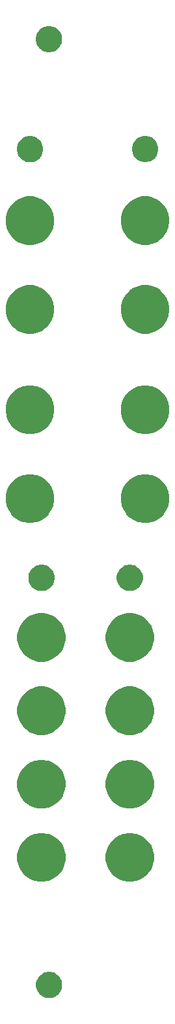
<source format=gbr>
%TF.GenerationSoftware,KiCad,Pcbnew,(5.0.1)-3*%
%TF.CreationDate,2020-04-22T20:40:51+01:00*%
%TF.ProjectId,panel,70616E656C2E6B696361645F70636200,rev?*%
%TF.SameCoordinates,Original*%
%TF.FileFunction,Soldermask,Bot*%
%TF.FilePolarity,Negative*%
%FSLAX46Y46*%
G04 Gerber Fmt 4.6, Leading zero omitted, Abs format (unit mm)*
G04 Created by KiCad (PCBNEW (5.0.1)-3) date 22/04/2020 20:40:51*
%MOMM*%
%LPD*%
G01*
G04 APERTURE LIST*
%ADD10C,0.400000*%
G04 APERTURE END LIST*
D10*
G36*
X127686160Y-130034368D02*
X127686162Y-130034369D01*
X127686163Y-130034369D01*
X127800514Y-130081735D01*
X127995726Y-130162594D01*
X128274327Y-130348749D01*
X128511251Y-130585673D01*
X128697406Y-130864274D01*
X128825632Y-131173840D01*
X128891000Y-131502465D01*
X128891000Y-131837535D01*
X128825632Y-132166160D01*
X128697406Y-132475726D01*
X128511251Y-132754327D01*
X128274327Y-132991251D01*
X127995726Y-133177406D01*
X127800514Y-133258265D01*
X127686163Y-133305631D01*
X127686162Y-133305631D01*
X127686160Y-133305632D01*
X127357535Y-133371000D01*
X127022465Y-133371000D01*
X126693840Y-133305632D01*
X126693838Y-133305631D01*
X126693837Y-133305631D01*
X126579486Y-133258265D01*
X126384274Y-133177406D01*
X126105673Y-132991251D01*
X125868749Y-132754327D01*
X125682594Y-132475726D01*
X125554368Y-132166160D01*
X125489000Y-131837535D01*
X125489000Y-131502465D01*
X125554368Y-131173840D01*
X125682594Y-130864274D01*
X125868749Y-130585673D01*
X126105673Y-130348749D01*
X126384274Y-130162594D01*
X126579486Y-130081735D01*
X126693837Y-130034369D01*
X126693838Y-130034369D01*
X126693840Y-130034368D01*
X127022465Y-129969000D01*
X127357535Y-129969000D01*
X127686160Y-130034368D01*
X127686160Y-130034368D01*
G37*
G36*
X138416191Y-112079727D02*
X138619113Y-112120091D01*
X139192558Y-112357620D01*
X139705165Y-112700134D01*
X139708648Y-112702461D01*
X140147539Y-113141352D01*
X140147541Y-113141355D01*
X140492380Y-113657442D01*
X140729909Y-114230887D01*
X140851000Y-114839654D01*
X140851000Y-115460346D01*
X140729909Y-116069113D01*
X140492380Y-116642558D01*
X140149866Y-117155165D01*
X140147539Y-117158648D01*
X139708648Y-117597539D01*
X139708645Y-117597541D01*
X139192558Y-117942380D01*
X138619113Y-118179909D01*
X138416191Y-118220273D01*
X138010348Y-118301000D01*
X137389652Y-118301000D01*
X136983809Y-118220273D01*
X136780887Y-118179909D01*
X136207442Y-117942380D01*
X135691355Y-117597541D01*
X135691352Y-117597539D01*
X135252461Y-117158648D01*
X135250134Y-117155165D01*
X134907620Y-116642558D01*
X134670091Y-116069113D01*
X134549000Y-115460346D01*
X134549000Y-114839654D01*
X134670091Y-114230887D01*
X134907620Y-113657442D01*
X135252459Y-113141355D01*
X135252461Y-113141352D01*
X135691352Y-112702461D01*
X135694835Y-112700134D01*
X136207442Y-112357620D01*
X136780887Y-112120091D01*
X136983809Y-112079727D01*
X137389652Y-111999000D01*
X138010348Y-111999000D01*
X138416191Y-112079727D01*
X138416191Y-112079727D01*
G37*
G36*
X126916191Y-112079727D02*
X127119113Y-112120091D01*
X127692558Y-112357620D01*
X128205165Y-112700134D01*
X128208648Y-112702461D01*
X128647539Y-113141352D01*
X128647541Y-113141355D01*
X128992380Y-113657442D01*
X129229909Y-114230887D01*
X129351000Y-114839654D01*
X129351000Y-115460346D01*
X129229909Y-116069113D01*
X128992380Y-116642558D01*
X128649866Y-117155165D01*
X128647539Y-117158648D01*
X128208648Y-117597539D01*
X128208645Y-117597541D01*
X127692558Y-117942380D01*
X127119113Y-118179909D01*
X126916191Y-118220273D01*
X126510348Y-118301000D01*
X125889652Y-118301000D01*
X125483809Y-118220273D01*
X125280887Y-118179909D01*
X124707442Y-117942380D01*
X124191355Y-117597541D01*
X124191352Y-117597539D01*
X123752461Y-117158648D01*
X123750134Y-117155165D01*
X123407620Y-116642558D01*
X123170091Y-116069113D01*
X123049000Y-115460346D01*
X123049000Y-114839654D01*
X123170091Y-114230887D01*
X123407620Y-113657442D01*
X123752459Y-113141355D01*
X123752461Y-113141352D01*
X124191352Y-112702461D01*
X124194835Y-112700134D01*
X124707442Y-112357620D01*
X125280887Y-112120091D01*
X125483809Y-112079727D01*
X125889652Y-111999000D01*
X126510348Y-111999000D01*
X126916191Y-112079727D01*
X126916191Y-112079727D01*
G37*
G36*
X138416191Y-102579727D02*
X138619113Y-102620091D01*
X139192558Y-102857620D01*
X139693679Y-103192459D01*
X139708648Y-103202461D01*
X140147539Y-103641352D01*
X140147541Y-103641355D01*
X140492380Y-104157442D01*
X140725767Y-104720888D01*
X140729909Y-104730888D01*
X140849011Y-105329652D01*
X140851000Y-105339654D01*
X140851000Y-105960346D01*
X140729909Y-106569113D01*
X140492380Y-107142558D01*
X140154223Y-107648645D01*
X140147539Y-107658648D01*
X139708648Y-108097539D01*
X139708645Y-108097541D01*
X139192558Y-108442380D01*
X138619113Y-108679909D01*
X138416191Y-108720273D01*
X138010348Y-108801000D01*
X137389652Y-108801000D01*
X136983809Y-108720273D01*
X136780887Y-108679909D01*
X136207442Y-108442380D01*
X135691355Y-108097541D01*
X135691352Y-108097539D01*
X135252461Y-107658648D01*
X135245777Y-107648645D01*
X134907620Y-107142558D01*
X134670091Y-106569113D01*
X134549000Y-105960346D01*
X134549000Y-105339654D01*
X134550990Y-105329652D01*
X134670091Y-104730888D01*
X134674233Y-104720888D01*
X134907620Y-104157442D01*
X135252459Y-103641355D01*
X135252461Y-103641352D01*
X135691352Y-103202461D01*
X135706321Y-103192459D01*
X136207442Y-102857620D01*
X136780887Y-102620091D01*
X136983809Y-102579727D01*
X137389652Y-102499000D01*
X138010348Y-102499000D01*
X138416191Y-102579727D01*
X138416191Y-102579727D01*
G37*
G36*
X126916191Y-102569727D02*
X127119113Y-102610091D01*
X127692558Y-102847620D01*
X128205165Y-103190134D01*
X128208648Y-103192461D01*
X128647539Y-103631352D01*
X128647541Y-103631355D01*
X128992380Y-104147442D01*
X129229909Y-104720887D01*
X129229909Y-104720888D01*
X129351000Y-105329652D01*
X129351000Y-105950348D01*
X129270273Y-106356191D01*
X129229909Y-106559113D01*
X128992380Y-107132558D01*
X128985698Y-107142558D01*
X128647539Y-107648648D01*
X128208648Y-108087539D01*
X128208645Y-108087541D01*
X127692558Y-108432380D01*
X127119113Y-108669909D01*
X127068839Y-108679909D01*
X126510348Y-108791000D01*
X125889652Y-108791000D01*
X125331161Y-108679909D01*
X125280887Y-108669909D01*
X124707442Y-108432380D01*
X124191355Y-108087541D01*
X124191352Y-108087539D01*
X123752461Y-107648648D01*
X123414302Y-107142558D01*
X123407620Y-107132558D01*
X123170091Y-106559113D01*
X123129727Y-106356191D01*
X123049000Y-105950348D01*
X123049000Y-105329652D01*
X123170091Y-104720888D01*
X123170091Y-104720887D01*
X123407620Y-104147442D01*
X123752459Y-103631355D01*
X123752461Y-103631352D01*
X124191352Y-103192461D01*
X124194835Y-103190134D01*
X124707442Y-102847620D01*
X125280887Y-102610091D01*
X125483809Y-102569727D01*
X125889652Y-102489000D01*
X126510348Y-102489000D01*
X126916191Y-102569727D01*
X126916191Y-102569727D01*
G37*
G36*
X126916191Y-93069727D02*
X127119113Y-93110091D01*
X127692558Y-93347620D01*
X128205165Y-93690134D01*
X128208648Y-93692461D01*
X128647539Y-94131352D01*
X128647541Y-94131355D01*
X128992380Y-94647442D01*
X129229909Y-95220887D01*
X129351000Y-95829654D01*
X129351000Y-96450346D01*
X129229909Y-97059113D01*
X128992380Y-97632558D01*
X128649866Y-98145165D01*
X128647539Y-98148648D01*
X128208648Y-98587539D01*
X128208645Y-98587541D01*
X127692558Y-98932380D01*
X127119113Y-99169909D01*
X126916191Y-99210273D01*
X126510348Y-99291000D01*
X125889652Y-99291000D01*
X125483809Y-99210273D01*
X125280887Y-99169909D01*
X124707442Y-98932380D01*
X124191355Y-98587541D01*
X124191352Y-98587539D01*
X123752461Y-98148648D01*
X123750134Y-98145165D01*
X123407620Y-97632558D01*
X123170091Y-97059113D01*
X123049000Y-96450346D01*
X123049000Y-95829654D01*
X123170091Y-95220887D01*
X123407620Y-94647442D01*
X123752459Y-94131355D01*
X123752461Y-94131352D01*
X124191352Y-93692461D01*
X124194835Y-93690134D01*
X124707442Y-93347620D01*
X125280887Y-93110091D01*
X125483809Y-93069727D01*
X125889652Y-92989000D01*
X126510348Y-92989000D01*
X126916191Y-93069727D01*
X126916191Y-93069727D01*
G37*
G36*
X138416191Y-93069727D02*
X138619113Y-93110091D01*
X139192558Y-93347620D01*
X139705165Y-93690134D01*
X139708648Y-93692461D01*
X140147539Y-94131352D01*
X140147541Y-94131355D01*
X140492380Y-94647442D01*
X140729909Y-95220887D01*
X140851000Y-95829654D01*
X140851000Y-96450346D01*
X140729909Y-97059113D01*
X140492380Y-97632558D01*
X140149866Y-98145165D01*
X140147539Y-98148648D01*
X139708648Y-98587539D01*
X139708645Y-98587541D01*
X139192558Y-98932380D01*
X138619113Y-99169909D01*
X138416191Y-99210273D01*
X138010348Y-99291000D01*
X137389652Y-99291000D01*
X136983809Y-99210273D01*
X136780887Y-99169909D01*
X136207442Y-98932380D01*
X135691355Y-98587541D01*
X135691352Y-98587539D01*
X135252461Y-98148648D01*
X135250134Y-98145165D01*
X134907620Y-97632558D01*
X134670091Y-97059113D01*
X134549000Y-96450346D01*
X134549000Y-95829654D01*
X134670091Y-95220887D01*
X134907620Y-94647442D01*
X135252459Y-94131355D01*
X135252461Y-94131352D01*
X135691352Y-93692461D01*
X135694835Y-93690134D01*
X136207442Y-93347620D01*
X136780887Y-93110091D01*
X136983809Y-93069727D01*
X137389652Y-92989000D01*
X138010348Y-92989000D01*
X138416191Y-93069727D01*
X138416191Y-93069727D01*
G37*
G36*
X138416191Y-83569727D02*
X138619113Y-83610091D01*
X139192558Y-83847620D01*
X139705165Y-84190134D01*
X139708648Y-84192461D01*
X140147539Y-84631352D01*
X140147541Y-84631355D01*
X140492380Y-85147442D01*
X140729909Y-85720887D01*
X140851000Y-86329654D01*
X140851000Y-86950346D01*
X140729909Y-87559113D01*
X140492380Y-88132558D01*
X140149866Y-88645165D01*
X140147539Y-88648648D01*
X139708648Y-89087539D01*
X139708645Y-89087541D01*
X139192558Y-89432380D01*
X138619113Y-89669909D01*
X138416191Y-89710273D01*
X138010348Y-89791000D01*
X137389652Y-89791000D01*
X136983809Y-89710273D01*
X136780887Y-89669909D01*
X136207442Y-89432380D01*
X135691355Y-89087541D01*
X135691352Y-89087539D01*
X135252461Y-88648648D01*
X135250134Y-88645165D01*
X134907620Y-88132558D01*
X134670091Y-87559113D01*
X134549000Y-86950346D01*
X134549000Y-86329654D01*
X134670091Y-85720887D01*
X134907620Y-85147442D01*
X135252459Y-84631355D01*
X135252461Y-84631352D01*
X135691352Y-84192461D01*
X135694835Y-84190134D01*
X136207442Y-83847620D01*
X136780887Y-83610091D01*
X136983809Y-83569727D01*
X137389652Y-83489000D01*
X138010348Y-83489000D01*
X138416191Y-83569727D01*
X138416191Y-83569727D01*
G37*
G36*
X126916191Y-83569727D02*
X127119113Y-83610091D01*
X127692558Y-83847620D01*
X128205165Y-84190134D01*
X128208648Y-84192461D01*
X128647539Y-84631352D01*
X128647541Y-84631355D01*
X128992380Y-85147442D01*
X129229909Y-85720887D01*
X129351000Y-86329654D01*
X129351000Y-86950346D01*
X129229909Y-87559113D01*
X128992380Y-88132558D01*
X128649866Y-88645165D01*
X128647539Y-88648648D01*
X128208648Y-89087539D01*
X128208645Y-89087541D01*
X127692558Y-89432380D01*
X127119113Y-89669909D01*
X126916191Y-89710273D01*
X126510348Y-89791000D01*
X125889652Y-89791000D01*
X125483809Y-89710273D01*
X125280887Y-89669909D01*
X124707442Y-89432380D01*
X124191355Y-89087541D01*
X124191352Y-89087539D01*
X123752461Y-88648648D01*
X123750134Y-88645165D01*
X123407620Y-88132558D01*
X123170091Y-87559113D01*
X123049000Y-86950346D01*
X123049000Y-86329654D01*
X123170091Y-85720887D01*
X123407620Y-85147442D01*
X123752459Y-84631355D01*
X123752461Y-84631352D01*
X124191352Y-84192461D01*
X124194835Y-84190134D01*
X124707442Y-83847620D01*
X125280887Y-83610091D01*
X125483809Y-83569727D01*
X125889652Y-83489000D01*
X126510348Y-83489000D01*
X126916191Y-83569727D01*
X126916191Y-83569727D01*
G37*
G36*
X138196160Y-77284368D02*
X138196162Y-77284369D01*
X138196163Y-77284369D01*
X138310514Y-77331735D01*
X138505726Y-77412594D01*
X138784327Y-77598749D01*
X139021251Y-77835673D01*
X139207406Y-78114274D01*
X139335632Y-78423840D01*
X139401000Y-78752465D01*
X139401000Y-79087535D01*
X139335632Y-79416160D01*
X139207406Y-79725726D01*
X139021251Y-80004327D01*
X138784327Y-80241251D01*
X138505726Y-80427406D01*
X138310514Y-80508265D01*
X138196163Y-80555631D01*
X138196162Y-80555631D01*
X138196160Y-80555632D01*
X137867535Y-80621000D01*
X137532465Y-80621000D01*
X137203840Y-80555632D01*
X137203838Y-80555631D01*
X137203837Y-80555631D01*
X137089486Y-80508265D01*
X136894274Y-80427406D01*
X136615673Y-80241251D01*
X136378749Y-80004327D01*
X136192594Y-79725726D01*
X136064368Y-79416160D01*
X135999000Y-79087535D01*
X135999000Y-78752465D01*
X136064368Y-78423840D01*
X136192594Y-78114274D01*
X136378749Y-77835673D01*
X136615673Y-77598749D01*
X136894274Y-77412594D01*
X137089486Y-77331735D01*
X137203837Y-77284369D01*
X137203838Y-77284369D01*
X137203840Y-77284368D01*
X137532465Y-77219000D01*
X137867535Y-77219000D01*
X138196160Y-77284368D01*
X138196160Y-77284368D01*
G37*
G36*
X126696160Y-77284368D02*
X126696162Y-77284369D01*
X126696163Y-77284369D01*
X126810514Y-77331735D01*
X127005726Y-77412594D01*
X127284327Y-77598749D01*
X127521251Y-77835673D01*
X127707406Y-78114274D01*
X127835632Y-78423840D01*
X127901000Y-78752465D01*
X127901000Y-79087535D01*
X127835632Y-79416160D01*
X127707406Y-79725726D01*
X127521251Y-80004327D01*
X127284327Y-80241251D01*
X127005726Y-80427406D01*
X126810514Y-80508265D01*
X126696163Y-80555631D01*
X126696162Y-80555631D01*
X126696160Y-80555632D01*
X126367535Y-80621000D01*
X126032465Y-80621000D01*
X125703840Y-80555632D01*
X125703838Y-80555631D01*
X125703837Y-80555631D01*
X125589486Y-80508265D01*
X125394274Y-80427406D01*
X125115673Y-80241251D01*
X124878749Y-80004327D01*
X124692594Y-79725726D01*
X124564368Y-79416160D01*
X124499000Y-79087535D01*
X124499000Y-78752465D01*
X124564368Y-78423840D01*
X124692594Y-78114274D01*
X124878749Y-77835673D01*
X125115673Y-77598749D01*
X125394274Y-77412594D01*
X125589486Y-77331735D01*
X125703837Y-77284369D01*
X125703838Y-77284369D01*
X125703840Y-77284368D01*
X126032465Y-77219000D01*
X126367535Y-77219000D01*
X126696160Y-77284368D01*
X126696160Y-77284368D01*
G37*
G36*
X140416191Y-65569727D02*
X140619113Y-65610091D01*
X141192558Y-65847620D01*
X141705165Y-66190134D01*
X141708648Y-66192461D01*
X142147539Y-66631352D01*
X142147541Y-66631355D01*
X142492380Y-67147442D01*
X142729909Y-67720887D01*
X142851000Y-68329654D01*
X142851000Y-68950346D01*
X142729909Y-69559113D01*
X142492380Y-70132558D01*
X142149866Y-70645165D01*
X142147539Y-70648648D01*
X141708648Y-71087539D01*
X141708645Y-71087541D01*
X141192558Y-71432380D01*
X140619113Y-71669909D01*
X140416191Y-71710273D01*
X140010348Y-71791000D01*
X139389652Y-71791000D01*
X138983809Y-71710273D01*
X138780887Y-71669909D01*
X138207442Y-71432380D01*
X137691355Y-71087541D01*
X137691352Y-71087539D01*
X137252461Y-70648648D01*
X137250134Y-70645165D01*
X136907620Y-70132558D01*
X136670091Y-69559113D01*
X136549000Y-68950346D01*
X136549000Y-68329654D01*
X136670091Y-67720887D01*
X136907620Y-67147442D01*
X137252459Y-66631355D01*
X137252461Y-66631352D01*
X137691352Y-66192461D01*
X137694835Y-66190134D01*
X138207442Y-65847620D01*
X138780887Y-65610091D01*
X138983809Y-65569727D01*
X139389652Y-65489000D01*
X140010348Y-65489000D01*
X140416191Y-65569727D01*
X140416191Y-65569727D01*
G37*
G36*
X125416191Y-65569727D02*
X125619113Y-65610091D01*
X126192558Y-65847620D01*
X126705165Y-66190134D01*
X126708648Y-66192461D01*
X127147539Y-66631352D01*
X127147541Y-66631355D01*
X127492380Y-67147442D01*
X127729909Y-67720887D01*
X127851000Y-68329654D01*
X127851000Y-68950346D01*
X127729909Y-69559113D01*
X127492380Y-70132558D01*
X127149866Y-70645165D01*
X127147539Y-70648648D01*
X126708648Y-71087539D01*
X126708645Y-71087541D01*
X126192558Y-71432380D01*
X125619113Y-71669909D01*
X125416191Y-71710273D01*
X125010348Y-71791000D01*
X124389652Y-71791000D01*
X123983809Y-71710273D01*
X123780887Y-71669909D01*
X123207442Y-71432380D01*
X122691355Y-71087541D01*
X122691352Y-71087539D01*
X122252461Y-70648648D01*
X122250134Y-70645165D01*
X121907620Y-70132558D01*
X121670091Y-69559113D01*
X121549000Y-68950346D01*
X121549000Y-68329654D01*
X121670091Y-67720887D01*
X121907620Y-67147442D01*
X122252459Y-66631355D01*
X122252461Y-66631352D01*
X122691352Y-66192461D01*
X122694835Y-66190134D01*
X123207442Y-65847620D01*
X123780887Y-65610091D01*
X123983809Y-65569727D01*
X124389652Y-65489000D01*
X125010348Y-65489000D01*
X125416191Y-65569727D01*
X125416191Y-65569727D01*
G37*
G36*
X140416191Y-54079727D02*
X140619113Y-54120091D01*
X141192558Y-54357620D01*
X141693679Y-54692459D01*
X141708648Y-54702461D01*
X142147539Y-55141352D01*
X142147541Y-55141355D01*
X142492380Y-55657442D01*
X142725767Y-56220888D01*
X142729909Y-56230888D01*
X142849011Y-56829652D01*
X142851000Y-56839654D01*
X142851000Y-57460346D01*
X142729909Y-58069113D01*
X142492380Y-58642558D01*
X142154223Y-59148645D01*
X142147539Y-59158648D01*
X141708648Y-59597539D01*
X141708645Y-59597541D01*
X141192558Y-59942380D01*
X140619113Y-60179909D01*
X140416191Y-60220273D01*
X140010348Y-60301000D01*
X139389652Y-60301000D01*
X138983809Y-60220273D01*
X138780887Y-60179909D01*
X138207442Y-59942380D01*
X137691355Y-59597541D01*
X137691352Y-59597539D01*
X137252461Y-59158648D01*
X137245777Y-59148645D01*
X136907620Y-58642558D01*
X136670091Y-58069113D01*
X136549000Y-57460346D01*
X136549000Y-56839654D01*
X136550990Y-56829652D01*
X136670091Y-56230888D01*
X136674233Y-56220888D01*
X136907620Y-55657442D01*
X137252459Y-55141355D01*
X137252461Y-55141352D01*
X137691352Y-54702461D01*
X137706321Y-54692459D01*
X138207442Y-54357620D01*
X138780887Y-54120091D01*
X138983809Y-54079727D01*
X139389652Y-53999000D01*
X140010348Y-53999000D01*
X140416191Y-54079727D01*
X140416191Y-54079727D01*
G37*
G36*
X125416191Y-54069727D02*
X125619113Y-54110091D01*
X126192558Y-54347620D01*
X126705165Y-54690134D01*
X126708648Y-54692461D01*
X127147539Y-55131352D01*
X127147541Y-55131355D01*
X127492380Y-55647442D01*
X127729909Y-56220887D01*
X127729909Y-56220888D01*
X127851000Y-56829652D01*
X127851000Y-57450348D01*
X127770273Y-57856191D01*
X127729909Y-58059113D01*
X127492380Y-58632558D01*
X127485698Y-58642558D01*
X127147539Y-59148648D01*
X126708648Y-59587539D01*
X126708645Y-59587541D01*
X126192558Y-59932380D01*
X125619113Y-60169909D01*
X125568839Y-60179909D01*
X125010348Y-60291000D01*
X124389652Y-60291000D01*
X123831161Y-60179909D01*
X123780887Y-60169909D01*
X123207442Y-59932380D01*
X122691355Y-59587541D01*
X122691352Y-59587539D01*
X122252461Y-59148648D01*
X121914302Y-58642558D01*
X121907620Y-58632558D01*
X121670091Y-58059113D01*
X121629727Y-57856191D01*
X121549000Y-57450348D01*
X121549000Y-56829652D01*
X121670091Y-56220888D01*
X121670091Y-56220887D01*
X121907620Y-55647442D01*
X122252459Y-55131355D01*
X122252461Y-55131352D01*
X122691352Y-54692461D01*
X122694835Y-54690134D01*
X123207442Y-54347620D01*
X123780887Y-54110091D01*
X123983809Y-54069727D01*
X124389652Y-53989000D01*
X125010348Y-53989000D01*
X125416191Y-54069727D01*
X125416191Y-54069727D01*
G37*
G36*
X125416191Y-41079727D02*
X125619113Y-41120091D01*
X126192558Y-41357620D01*
X126693679Y-41692459D01*
X126708648Y-41702461D01*
X127147539Y-42141352D01*
X127147541Y-42141355D01*
X127492380Y-42657442D01*
X127725767Y-43220888D01*
X127729909Y-43230888D01*
X127849011Y-43829652D01*
X127851000Y-43839654D01*
X127851000Y-44460346D01*
X127729909Y-45069113D01*
X127492380Y-45642558D01*
X127154223Y-46148645D01*
X127147539Y-46158648D01*
X126708648Y-46597539D01*
X126708645Y-46597541D01*
X126192558Y-46942380D01*
X125619113Y-47179909D01*
X125416191Y-47220273D01*
X125010348Y-47301000D01*
X124389652Y-47301000D01*
X123983809Y-47220273D01*
X123780887Y-47179909D01*
X123207442Y-46942380D01*
X122691355Y-46597541D01*
X122691352Y-46597539D01*
X122252461Y-46158648D01*
X122245777Y-46148645D01*
X121907620Y-45642558D01*
X121670091Y-45069113D01*
X121549000Y-44460346D01*
X121549000Y-43839654D01*
X121550990Y-43829652D01*
X121670091Y-43230888D01*
X121674233Y-43220888D01*
X121907620Y-42657442D01*
X122252459Y-42141355D01*
X122252461Y-42141352D01*
X122691352Y-41702461D01*
X122706321Y-41692459D01*
X123207442Y-41357620D01*
X123780887Y-41120091D01*
X123983809Y-41079727D01*
X124389652Y-40999000D01*
X125010348Y-40999000D01*
X125416191Y-41079727D01*
X125416191Y-41079727D01*
G37*
G36*
X140416191Y-41069727D02*
X140619113Y-41110091D01*
X141192558Y-41347620D01*
X141705165Y-41690134D01*
X141708648Y-41692461D01*
X142147539Y-42131352D01*
X142147541Y-42131355D01*
X142492380Y-42647442D01*
X142729909Y-43220887D01*
X142729909Y-43220888D01*
X142851000Y-43829652D01*
X142851000Y-44450348D01*
X142770273Y-44856191D01*
X142729909Y-45059113D01*
X142492380Y-45632558D01*
X142485698Y-45642558D01*
X142147539Y-46148648D01*
X141708648Y-46587539D01*
X141708645Y-46587541D01*
X141192558Y-46932380D01*
X140619113Y-47169909D01*
X140568839Y-47179909D01*
X140010348Y-47291000D01*
X139389652Y-47291000D01*
X138831161Y-47179909D01*
X138780887Y-47169909D01*
X138207442Y-46932380D01*
X137691355Y-46587541D01*
X137691352Y-46587539D01*
X137252461Y-46148648D01*
X136914302Y-45642558D01*
X136907620Y-45632558D01*
X136670091Y-45059113D01*
X136629727Y-44856191D01*
X136549000Y-44450348D01*
X136549000Y-43829652D01*
X136670091Y-43220888D01*
X136670091Y-43220887D01*
X136907620Y-42647442D01*
X137252459Y-42131355D01*
X137252461Y-42131352D01*
X137691352Y-41692461D01*
X137694835Y-41690134D01*
X138207442Y-41347620D01*
X138780887Y-41110091D01*
X138983809Y-41069727D01*
X139389652Y-40989000D01*
X140010348Y-40989000D01*
X140416191Y-41069727D01*
X140416191Y-41069727D01*
G37*
G36*
X125416191Y-29579727D02*
X125619113Y-29620091D01*
X126192558Y-29857620D01*
X126693679Y-30192459D01*
X126708648Y-30202461D01*
X127147539Y-30641352D01*
X127147541Y-30641355D01*
X127492380Y-31157442D01*
X127725767Y-31720888D01*
X127729909Y-31730888D01*
X127849011Y-32329652D01*
X127851000Y-32339654D01*
X127851000Y-32960346D01*
X127729909Y-33569113D01*
X127492380Y-34142558D01*
X127154223Y-34648645D01*
X127147539Y-34658648D01*
X126708648Y-35097539D01*
X126708645Y-35097541D01*
X126192558Y-35442380D01*
X125619113Y-35679909D01*
X125416191Y-35720273D01*
X125010348Y-35801000D01*
X124389652Y-35801000D01*
X123983809Y-35720273D01*
X123780887Y-35679909D01*
X123207442Y-35442380D01*
X122691355Y-35097541D01*
X122691352Y-35097539D01*
X122252461Y-34658648D01*
X122245777Y-34648645D01*
X121907620Y-34142558D01*
X121670091Y-33569113D01*
X121549000Y-32960346D01*
X121549000Y-32339654D01*
X121550990Y-32329652D01*
X121670091Y-31730888D01*
X121674233Y-31720888D01*
X121907620Y-31157442D01*
X122252459Y-30641355D01*
X122252461Y-30641352D01*
X122691352Y-30202461D01*
X122706321Y-30192459D01*
X123207442Y-29857620D01*
X123780887Y-29620091D01*
X123983809Y-29579727D01*
X124389652Y-29499000D01*
X125010348Y-29499000D01*
X125416191Y-29579727D01*
X125416191Y-29579727D01*
G37*
G36*
X140416191Y-29569727D02*
X140619113Y-29610091D01*
X141192558Y-29847620D01*
X141705165Y-30190134D01*
X141708648Y-30192461D01*
X142147539Y-30631352D01*
X142147541Y-30631355D01*
X142492380Y-31147442D01*
X142729909Y-31720887D01*
X142729909Y-31720888D01*
X142851000Y-32329652D01*
X142851000Y-32950348D01*
X142770273Y-33356191D01*
X142729909Y-33559113D01*
X142492380Y-34132558D01*
X142485698Y-34142558D01*
X142147539Y-34648648D01*
X141708648Y-35087539D01*
X141708645Y-35087541D01*
X141192558Y-35432380D01*
X140619113Y-35669909D01*
X140568839Y-35679909D01*
X140010348Y-35791000D01*
X139389652Y-35791000D01*
X138831161Y-35679909D01*
X138780887Y-35669909D01*
X138207442Y-35432380D01*
X137691355Y-35087541D01*
X137691352Y-35087539D01*
X137252461Y-34648648D01*
X136914302Y-34142558D01*
X136907620Y-34132558D01*
X136670091Y-33559113D01*
X136629727Y-33356191D01*
X136549000Y-32950348D01*
X136549000Y-32329652D01*
X136670091Y-31720888D01*
X136670091Y-31720887D01*
X136907620Y-31147442D01*
X137252459Y-30631355D01*
X137252461Y-30631352D01*
X137691352Y-30192461D01*
X137694835Y-30190134D01*
X138207442Y-29847620D01*
X138780887Y-29610091D01*
X138983809Y-29569727D01*
X139389652Y-29489000D01*
X140010348Y-29489000D01*
X140416191Y-29569727D01*
X140416191Y-29569727D01*
G37*
G36*
X125206160Y-21744368D02*
X125206162Y-21744369D01*
X125206163Y-21744369D01*
X125320514Y-21791735D01*
X125515726Y-21872594D01*
X125794327Y-22058749D01*
X126031251Y-22295673D01*
X126217406Y-22574274D01*
X126345632Y-22883840D01*
X126411000Y-23212465D01*
X126411000Y-23547535D01*
X126345632Y-23876160D01*
X126217406Y-24185726D01*
X126031251Y-24464327D01*
X125794327Y-24701251D01*
X125515726Y-24887406D01*
X125320514Y-24968265D01*
X125206163Y-25015631D01*
X125206162Y-25015631D01*
X125206160Y-25015632D01*
X124877535Y-25081000D01*
X124542465Y-25081000D01*
X124213840Y-25015632D01*
X124213838Y-25015631D01*
X124213837Y-25015631D01*
X124099486Y-24968265D01*
X123904274Y-24887406D01*
X123625673Y-24701251D01*
X123388749Y-24464327D01*
X123202594Y-24185726D01*
X123074368Y-23876160D01*
X123009000Y-23547535D01*
X123009000Y-23212465D01*
X123074368Y-22883840D01*
X123202594Y-22574274D01*
X123388749Y-22295673D01*
X123625673Y-22058749D01*
X123904274Y-21872594D01*
X124099486Y-21791735D01*
X124213837Y-21744369D01*
X124213838Y-21744369D01*
X124213840Y-21744368D01*
X124542465Y-21679000D01*
X124877535Y-21679000D01*
X125206160Y-21744368D01*
X125206160Y-21744368D01*
G37*
G36*
X140196160Y-21734368D02*
X140196162Y-21734369D01*
X140196163Y-21734369D01*
X140220305Y-21744369D01*
X140505726Y-21862594D01*
X140784327Y-22048749D01*
X141021251Y-22285673D01*
X141207406Y-22564274D01*
X141335632Y-22873840D01*
X141401000Y-23202465D01*
X141401000Y-23537535D01*
X141335632Y-23866160D01*
X141207406Y-24175726D01*
X141021251Y-24454327D01*
X140784327Y-24691251D01*
X140505726Y-24877406D01*
X140310514Y-24958265D01*
X140196163Y-25005631D01*
X140196162Y-25005631D01*
X140196160Y-25005632D01*
X139867535Y-25071000D01*
X139532465Y-25071000D01*
X139203840Y-25005632D01*
X139203838Y-25005631D01*
X139203837Y-25005631D01*
X139089486Y-24958265D01*
X138894274Y-24877406D01*
X138615673Y-24691251D01*
X138378749Y-24454327D01*
X138192594Y-24175726D01*
X138064368Y-23866160D01*
X137999000Y-23537535D01*
X137999000Y-23202465D01*
X138064368Y-22873840D01*
X138192594Y-22564274D01*
X138378749Y-22285673D01*
X138615673Y-22048749D01*
X138894274Y-21862594D01*
X139179695Y-21744369D01*
X139203837Y-21734369D01*
X139203838Y-21734369D01*
X139203840Y-21734368D01*
X139532465Y-21669000D01*
X139867535Y-21669000D01*
X140196160Y-21734368D01*
X140196160Y-21734368D01*
G37*
G36*
X127671160Y-7489368D02*
X127671162Y-7489369D01*
X127671163Y-7489369D01*
X127785514Y-7536735D01*
X127980726Y-7617594D01*
X128259327Y-7803749D01*
X128496251Y-8040673D01*
X128682406Y-8319274D01*
X128810632Y-8628840D01*
X128876000Y-8957465D01*
X128876000Y-9292535D01*
X128810632Y-9621160D01*
X128682406Y-9930726D01*
X128496251Y-10209327D01*
X128259327Y-10446251D01*
X127980726Y-10632406D01*
X127785514Y-10713265D01*
X127671163Y-10760631D01*
X127671162Y-10760631D01*
X127671160Y-10760632D01*
X127342535Y-10826000D01*
X127007465Y-10826000D01*
X126678840Y-10760632D01*
X126678838Y-10760631D01*
X126678837Y-10760631D01*
X126564486Y-10713265D01*
X126369274Y-10632406D01*
X126090673Y-10446251D01*
X125853749Y-10209327D01*
X125667594Y-9930726D01*
X125539368Y-9621160D01*
X125474000Y-9292535D01*
X125474000Y-8957465D01*
X125539368Y-8628840D01*
X125667594Y-8319274D01*
X125853749Y-8040673D01*
X126090673Y-7803749D01*
X126369274Y-7617594D01*
X126564486Y-7536735D01*
X126678837Y-7489369D01*
X126678838Y-7489369D01*
X126678840Y-7489368D01*
X127007465Y-7424000D01*
X127342535Y-7424000D01*
X127671160Y-7489368D01*
X127671160Y-7489368D01*
G37*
M02*

</source>
